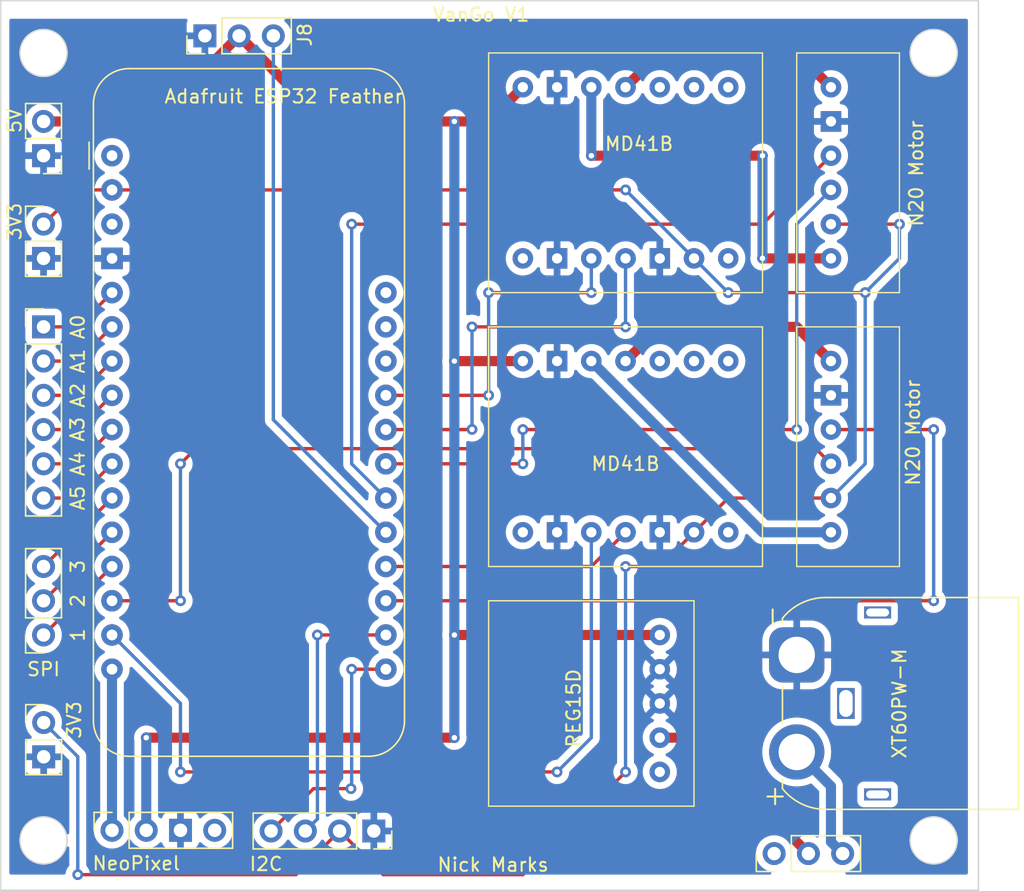
<source format=kicad_pcb>
(kicad_pcb (version 20221018) (generator pcbnew)
  (layers (0 "F.Cu" signal) (31 "B.Cu" signal) (34 "B.Paste" user) (35 "F.Paste" user) (36 "B.SilkS" user "B.Silkscreen") (37 "F.SilkS" user "F.Silkscreen") (38 "B.Mask" user) (39 "F.Mask" user) (44 "Edge.Cuts" user))
  (net 0 "")
  (net 2 "+3V3")
  (net 4 "GND")
  (net 5 "/A0")
  (net 6 "/A1")
  (net 7 "/A2")
  (net 8 "/A3")
  (net 9 "/A4")
  (net 10 "/A5")
  (net 11 "/SCK")
  (net 12 "/MOSI")
  (net 13 "/MISO")
  (net 14 "/IO16")
  (net 15 "/IO17")
  (net 16 "Net-(A1-IO21)")
  (net 17 "/SDA")
  (net 18 "/SCL")
  (net 19 "/IO14")
  (net 20 "/IO32")
  (net 21 "/A8")
  (net 22 "/IO33")
  (net 23 "/IO27")
  (net 24 "/IO12")
  (net 25 "/IO13")
  (net 29 "+5V")
  (net 33 "Net-(U1-OUT1)")
  (net 34 "Net-(U1-OUT2)")
  (net 39 "Net-(SW1-B)")
  (net 42 "Net-(U3-OUT1)")
  (net 43 "Net-(U3-OUT2)")
  (net 47 "Net-(J1-+)")
  (footprint "vango_fplib:REG15D" (layer "F.Cu") (at 88.9 104.14 90)
    (fp_text reference "U2" hide)
    (fp_text value "REG15D" (at -0.350809 -8.935535 90 unlocked) (layer "F.SilkS"))
    (fp_line (start -7.62 -15.24) (end -7.62 0) (stroke (width 0.1)) (layer "F.SilkS"))
    (fp_line (start -7.62 0) (end 7.62 0) (stroke (width 0.1)) (layer "F.SilkS"))
    (fp_line (start 7.62 -15.24) (end -7.62 -15.24) (stroke (width 0.1)) (layer "F.SilkS"))
    (fp_line (start 7.62 0) (end 7.62 -15.24) (stroke (width 0.1)) (layer "F.SilkS"))
    (pad "1" thru_hole circle (at -5.08 -2.54 90) (size 1.524 1.524) (drill 0.762) (layers "*.Cu" "*.Mask"))
    (pad "2" thru_hole circle (at -2.54 -2.54 90) (size 1.524 1.524) (drill 0.762) (layers "*.Cu" "*.Mask") (net 39 "Net-(SW1-B)"))
    (pad "3" thru_hole circle (at 0 -2.54 90) (size 1.524 1.524) (drill 0.762) (layers "*.Cu" "*.Mask") (net 4 "GND"))
    (pad "4" thru_hole circle (at 2.54 -2.54 90) (size 1.524 1.524) (drill 0.762) (layers "*.Cu" "*.Mask") (net 4 "GND"))
    (pad "5" thru_hole circle (at 5.08 -2.54 90) (size 1.524 1.524) (drill 0.762) (layers "*.Cu" "*.Mask") (net 29 "+5V"))
  )
  (footprint "vango_fplib:MD41B" (layer "F.Cu") (at 83.82 71.12 90)
    (fp_text reference "U3" hide)
    (fp_text value "MD41B" (at 8.498988 1.000226 unlocked) (layer "F.SilkS"))
    (fp_line (start -2.54 -10.16) (end 15.24 -10.16) (stroke (width 0.1)) (layer "F.SilkS"))
    (fp_line (start -2.54 10.16) (end -2.54 -10.16) (stroke (width 0.1)) (layer "F.SilkS"))
    (fp_line (start 15.24 -10.16) (end 15.24 10.16) (stroke (width 0.1)) (layer "F.SilkS"))
    (fp_line (start 15.24 10.16) (end -2.54 10.16) (stroke (width 0.1)) (layer "F.SilkS"))
    (pad "1" thru_hole circle (at 0 -7.62 90) (size 1.524 1.524) (drill 0.762) (layers "*.Cu" "*.Mask"))
    (pad "2" thru_hole rect (at 0 -5.08 90) (size 1.524 1.524) (drill 0.762) (layers "*.Cu" "*.Mask") (net 4 "GND"))
    (pad "3" thru_hole circle (at 0 -2.54 90) (size 1.524 1.524) (drill 0.762) (layers "*.Cu" "*.Mask") (net 25 "/IO13"))
    (pad "4" thru_hole circle (at 0 0 90) (size 1.524 1.524) (drill 0.762) (layers "*.Cu" "*.Mask") (net 24 "/IO12"))
    (pad "5" thru_hole rect (at 0 2.54 90) (size 1.524 1.524) (drill 0.762) (layers "*.Cu" "*.Mask") (net 4 "GND"))
    (pad "6" thru_hole circle (at 0 5.08 90) (size 1.524 1.524) (drill 0.762) (layers "*.Cu" "*.Mask") (net 2 "+3V3"))
    (pad "7" thru_hole circle (at 0 7.62 90) (size 1.524 1.524) (drill 0.762) (layers "*.Cu" "*.Mask"))
    (pad "8" thru_hole circle (at 12.7 -7.62 90) (size 1.524 1.524) (drill 0.762) (layers "*.Cu" "*.Mask") (net 29 "+5V"))
    (pad "9" thru_hole rect (at 12.7 -5.08 90) (size 1.524 1.524) (drill 0.762) (layers "*.Cu" "*.Mask") (net 4 "GND"))
    (pad "10" thru_hole circle (at 12.7 -2.54 90) (size 1.524 1.524) (drill 0.762) (layers "*.Cu" "*.Mask") (net 42 "Net-(U3-OUT1)"))
    (pad "11" thru_hole circle (at 12.7 0 90) (size 1.524 1.524) (drill 0.762) (layers "*.Cu" "*.Mask") (net 43 "Net-(U3-OUT2)"))
    (pad "12" thru_hole circle (at 12.7 2.54 90) (size 1.524 1.524) (drill 0.762) (layers "*.Cu" "*.Mask"))
    (pad "13" thru_hole circle (at 12.7 5.08 90) (size 1.524 1.524) (drill 0.762) (layers "*.Cu" "*.Mask"))
    (pad "14" thru_hole circle (at 12.7 7.62 90) (size 1.524 1.524) (drill 0.762) (layers "*.Cu" "*.Mask"))
  )
  (footprint "vango_fplib:N20_motor" (layer "F.Cu") (at 99.06 63.5)
    (fp_text reference "U5" hide)
    (fp_text value "N20 Motor" (at 6.325949 1.320008 90 unlocked) (layer "F.SilkS"))
    (fp_line (start -2.54 -7.62) (end 5.08 -7.62) (stroke (width 0.1)) (layer "F.SilkS"))
    (fp_line (start -2.54 10.16) (end -2.54 -7.62) (stroke (width 0.1)) (layer "F.SilkS"))
    (fp_line (start 5.08 -7.62) (end 5.08 10.16) (stroke (width 0.1)) (layer "F.SilkS"))
    (fp_line (start 5.08 10.16) (end -2.54 10.16) (stroke (width 0.1)) (layer "F.SilkS"))
    (pad "1" thru_hole circle (at 0 -5.08) (size 1.524 1.524) (drill 0.762) (layers "*.Cu" "*.Mask") (net 43 "Net-(U3-OUT2)"))
    (pad "2" thru_hole rect (at 0 -2.54) (size 1.524 1.524) (drill 0.762) (layers "*.Cu" "*.Mask") (net 4 "GND"))
    (pad "3" thru_hole circle (at 0 0) (size 1.524 1.524) (drill 0.762) (layers "*.Cu" "*.Mask") (net 22 "/IO33"))
    (pad "4" thru_hole circle (at 0 2.54) (size 1.524 1.524) (drill 0.762) (layers "*.Cu" "*.Mask") (net 23 "/IO27"))
    (pad "5" thru_hole circle (at 0 5.08) (size 1.524 1.524) (drill 0.762) (layers "*.Cu" "*.Mask") (net 2 "+3V3"))
    (pad "6" thru_hole circle (at 0 7.62) (size 1.524 1.524) (drill 0.762) (layers "*.Cu" "*.Mask") (net 42 "Net-(U3-OUT1)"))
  )
  (footprint "vango_fplib:N20_motor" (layer "F.Cu") (at 99.06 83.82)
    (fp_text reference "U4" hide)
    (fp_text value "N20 Motor" (at 6.087482 0.226007 90 unlocked) (layer "F.SilkS"))
    (fp_line (start -2.54 -7.62) (end 5.08 -7.62) (stroke (width 0.1)) (layer "F.SilkS"))
    (fp_line (start -2.54 10.16) (end -2.54 -7.62) (stroke (width 0.1)) (layer "F.SilkS"))
    (fp_line (start 5.08 -7.62) (end 5.08 10.16) (stroke (width 0.1)) (layer "F.SilkS"))
    (fp_line (start 5.08 10.16) (end -2.54 10.16) (stroke (width 0.1)) (layer "F.SilkS"))
    (pad "1" thru_hole circle (at 0 -5.08) (size 1.524 1.524) (drill 0.762) (layers "*.Cu" "*.Mask") (net 34 "Net-(U1-OUT2)"))
    (pad "2" thru_hole rect (at 0 -2.54) (size 1.524 1.524) (drill 0.762) (layers "*.Cu" "*.Mask") (net 4 "GND"))
    (pad "3" thru_hole circle (at 0 0) (size 1.524 1.524) (drill 0.762) (layers "*.Cu" "*.Mask") (net 19 "/IO14"))
    (pad "4" thru_hole circle (at 0 2.54) (size 1.524 1.524) (drill 0.762) (layers "*.Cu" "*.Mask") (net 14 "/IO16"))
    (pad "5" thru_hole circle (at 0 5.08) (size 1.524 1.524) (drill 0.762) (layers "*.Cu" "*.Mask") (net 2 "+3V3"))
    (pad "6" thru_hole circle (at 0 7.62) (size 1.524 1.524) (drill 0.762) (layers "*.Cu" "*.Mask") (net 33 "Net-(U1-OUT1)"))
  )
  (footprint "Connector_PinSocket_2.54mm:PinSocket_1x03_P2.54mm_Vertical" (layer "F.Cu") (at 40.64 99.06 180)
    (fp_text reference "J5" hide)
    (fp_text value "SPI" (at 0 -2.54) (layer "F.SilkS"))
    (fp_line (start -1.33 1.27) (end -1.33 6.41) (stroke (width 0.12)) (layer "F.SilkS"))
    (fp_line (start -1.33 1.27) (end 1.33 1.27) (stroke (width 0.12)) (layer "F.SilkS"))
    (fp_line (start -1.33 6.41) (end 1.33 6.41) (stroke (width 0.12)) (layer "F.SilkS"))
    (fp_line (start 0 -1.33) (end 1.33 -1.33) (stroke (width 0.12)) (layer "F.SilkS"))
    (fp_line (start 1.33 -1.33) (end 1.33 0) (stroke (width 0.12)) (layer "F.SilkS"))
    (fp_line (start 1.33 1.27) (end 1.33 6.41) (stroke (width 0.12)) (layer "F.SilkS"))
    (pad "1" thru_hole circle (at 0 0 180) (size 1.7 1.7) (drill 1) (layers "*.Cu" "*.Mask") (net 13 "/MISO"))
    (pad "2" thru_hole oval (at 0 2.54 180) (size 1.7 1.7) (drill 1) (layers "*.Cu" "*.Mask") (net 12 "/MOSI"))
    (pad "3" thru_hole oval (at 0 5.08 180) (size 1.7 1.7) (drill 1) (layers "*.Cu" "*.Mask") (net 11 "/SCK"))
  )
  (footprint "vango_fplib:MD41B" (layer "F.Cu") (at 83.82 91.44 90)
    (fp_text reference "U1" hide)
    (fp_text value "MD41B" (at 5.08 0 unlocked) (layer "F.SilkS"))
    (fp_line (start -2.54 -10.16) (end 15.24 -10.16) (stroke (width 0.1)) (layer "F.SilkS"))
    (fp_line (start -2.54 10.16) (end -2.54 -10.16) (stroke (width 0.1)) (layer "F.SilkS"))
    (fp_line (start 15.24 -10.16) (end 15.24 10.16) (stroke (width 0.1)) (layer "F.SilkS"))
    (fp_line (start 15.24 10.16) (end -2.54 10.16) (stroke (width 0.1)) (layer "F.SilkS"))
    (pad "1" thru_hole circle (at 0 -7.62 90) (size 1.524 1.524) (drill 0.762) (layers "*.Cu" "*.Mask"))
    (pad "2" thru_hole rect (at 0 -5.08 90) (size 1.524 1.524) (drill 0.762) (layers "*.Cu" "*.Mask") (net 4 "GND"))
    (pad "3" thru_hole circle (at 0 -2.54 90) (size 1.524 1.524) (drill 0.762) (layers "*.Cu" "*.Mask") (net 15 "/IO17"))
    (pad "4" thru_hole circle (at 0 0 90) (size 1.524 1.524) (drill 0.762) (layers "*.Cu" "*.Mask") (net 20 "/IO32"))
    (pad "5" thru_hole rect (at 0 2.54 90) (size 1.524 1.524) (drill 0.762) (layers "*.Cu" "*.Mask") (net 4 "GND"))
    (pad "6" thru_hole circle (at 0 5.08 90) (size 1.524 1.524) (drill 0.762) (layers "*.Cu" "*.Mask") (net 2 "+3V3"))
    (pad "7" thru_hole circle (at 0 7.62 90) (size 1.524 1.524) (drill 0.762) (layers "*.Cu" "*.Mask"))
    (pad "8" thru_hole circle (at 12.7 -7.62 90) (size 1.524 1.524) (drill 0.762) (layers "*.Cu" "*.Mask") (net 29 "+5V"))
    (pad "9" thru_hole rect (at 12.7 -5.08 90) (size 1.524 1.524) (drill 0.762) (layers "*.Cu" "*.Mask") (net 4 "GND"))
    (pad "10" thru_hole circle (at 12.7 -2.54 90) (size 1.524 1.524) (drill 0.762) (layers "*.Cu" "*.Mask") (net 33 "Net-(U1-OUT1)"))
    (pad "11" thru_hole circle (at 12.7 0 90) (size 1.524 1.524) (drill 0.762) (layers "*.Cu" "*.Mask") (net 34 "Net-(U1-OUT2)"))
    (pad "12" thru_hole circle (at 12.7 2.54 90) (size 1.524 1.524) (drill 0.762) (layers "*.Cu" "*.Mask"))
    (pad "13" thru_hole circle (at 12.7 5.08 90) (size 1.524 1.524) (drill 0.762) (layers "*.Cu" "*.Mask"))
    (pad "14" thru_hole circle (at 12.7 7.62 90) (size 1.524 1.524) (drill 0.762) (layers "*.Cu" "*.Mask"))
  )
  (footprint "Module:Adafruit_Feather" (layer "F.Cu") (at 45.72 63.5)
    (fp_text reference "A1" hide)
    (fp_text value "Adafruit_Feather_HUZZAH32_ESP32" hide)
    (fp_line (start -1.7 1) (end -1.7 -1) (stroke (width 0.12)) (layer "F.SilkS"))
    (fp_line (start -1.38 -3.81) (end -1.38 41.91) (stroke (width 0.12)) (layer "F.SilkS"))
    (fp_line (start 19.05 -6.46) (end 1.27 -6.46) (stroke (width 0.12)) (layer "F.SilkS"))
    (fp_line (start 19.05 44.56) (end 1.27 44.56) (stroke (width 0.12)) (layer "F.SilkS"))
    (fp_line (start 21.7 -3.81) (end 21.7 41.91) (stroke (width 0.12)) (layer "F.SilkS"))
    (fp_arc (start -1.38 -3.81) (mid -0.603833 -5.683833) (end 1.27 -6.46) (stroke (width 0.12)) (layer "F.SilkS"))
    (fp_arc (start 1.27 44.56) (mid -0.603833 43.783833) (end -1.38 41.91) (stroke (width 0.12)) (layer "F.SilkS"))
    (fp_arc (start 19.05 -6.46) (mid 20.923833 -5.683833) (end 21.7 -3.81) (stroke (width 0.12)) (layer "F.SilkS"))
    (fp_arc (start 21.7 41.91) (mid 20.923833 43.783833) (end 19.05 44.56) (stroke (width 0.12)) (layer "F.SilkS"))
    (pad "1" thru_hole circle (at 0 0 180) (size 1.6 1.6) (drill 0.8) (layers "*.Cu" "*.Mask"))
    (pad "2" thru_hole circle (at 0 2.54 180) (size 1.6 1.6) (drill 0.8) (layers "*.Cu" "*.Mask") (net 2 "+3V3"))
    (pad "3" thru_hole circle (at 0 5.08 180) (size 1.6 1.6) (drill 0.8) (layers "*.Cu" "*.Mask"))
    (pad "4" thru_hole rect (at 0 7.62 180) (size 1.6 1.6) (drill 0.8) (layers "*.Cu" "*.Mask") (net 4 "GND"))
    (pad "5" thru_hole circle (at 0 10.16 180) (size 1.6 1.6) (drill 0.8) (layers "*.Cu" "*.Mask") (net 5 "/A0"))
    (pad "6" thru_hole circle (at 0 12.7 180) (size 1.6 1.6) (drill 0.8) (layers "*.Cu" "*.Mask") (net 6 "/A1"))
    (pad "7" thru_hole circle (at 0 15.24 180) (size 1.6 1.6) (drill 0.8) (layers "*.Cu" "*.Mask") (net 7 "/A2"))
    (pad "8" thru_hole circle (at 0 17.78 180) (size 1.6 1.6) (drill 0.8) (layers "*.Cu" "*.Mask") (net 8 "/A3"))
    (pad "9" thru_hole circle (at 0 20.32 180) (size 1.6 1.6) (drill 0.8) (layers "*.Cu" "*.Mask") (net 9 "/A4"))
    (pad "10" thru_hole circle (at 0 22.86 180) (size 1.6 1.6) (drill 0.8) (layers "*.Cu" "*.Mask") (net 10 "/A5"))
    (pad "11" thru_hole circle (at 0 25.4 180) (size 1.6 1.6) (drill 0.8) (layers "*.Cu" "*.Mask") (net 11 "/SCK"))
    (pad "12" thru_hole circle (at 0 27.94 180) (size 1.6 1.6) (drill 0.8) (layers "*.Cu" "*.Mask") (net 12 "/MOSI"))
    (pad "13" thru_hole circle (at 0 30.48 180) (size 1.6 1.6) (drill 0.8) (layers "*.Cu" "*.Mask") (net 13 "/MISO"))
    (pad "14" thru_hole circle (at 0 33.02 180) (size 1.6 1.6) (drill 0.8) (layers "*.Cu" "*.Mask") (net 14 "/IO16"))
    (pad "15" thru_hole circle (at 0 35.56 180) (size 1.6 1.6) (drill 0.8) (layers "*.Cu" "*.Mask") (net 15 "/IO17"))
    (pad "16" thru_hole circle (at 0 38.1 180) (size 1.6 1.6) (drill 0.8) (layers "*.Cu" "*.Mask") (net 16 "Net-(A1-IO21)"))
    (pad "17" thru_hole circle (at 20.32 38.1 180) (size 1.6 1.6) (drill 0.8) (layers "*.Cu" "*.Mask") (net 17 "/SDA"))
    (pad "18" thru_hole circle (at 20.32 35.56 180) (size 1.6 1.6) (drill 0.8) (layers "*.Cu" "*.Mask") (net 18 "/SCL"))
    (pad "19" thru_hole circle (at 20.32 33.02 180) (size 1.6 1.6) (drill 0.8) (layers "*.Cu" "*.Mask") (net 19 "/IO14"))
    (pad "20" thru_hole circle (at 20.32 30.48 180) (size 1.6 1.6) (drill 0.8) (layers "*.Cu" "*.Mask") (net 20 "/IO32"))
    (pad "21" thru_hole circle (at 20.32 27.94 180) (size 1.6 1.6) (drill 0.8) (layers "*.Cu" "*.Mask") (net 21 "/A8"))
    (pad "22" thru_hole circle (at 20.32 25.4 180) (size 1.6 1.6) (drill 0.8) (layers "*.Cu" "*.Mask") (net 22 "/IO33"))
    (pad "23" thru_hole circle (at 20.32 22.86 180) (size 1.6 1.6) (drill 0.8) (layers "*.Cu" "*.Mask") (net 23 "/IO27"))
    (pad "24" thru_hole circle (at 20.32 20.32 180) (size 1.6 1.6) (drill 0.8) (layers "*.Cu" "*.Mask") (net 24 "/IO12"))
    (pad "25" thru_hole circle (at 20.32 17.78 180) (size 1.6 1.6) (drill 0.8) (layers "*.Cu" "*.Mask") (net 25 "/IO13"))
    (pad "26" thru_hole circle (at 20.32 15.24 180) (size 1.6 1.6) (drill 0.8) (layers "*.Cu" "*.Mask"))
    (pad "27" thru_hole circle (at 20.32 12.7 180) (size 1.6 1.6) (drill 0.8) (layers "*.Cu" "*.Mask"))
    (pad "28" thru_hole circle (at 20.32 10.16 180) (size 1.6 1.6) (drill 0.8) (layers "*.Cu" "*.Mask"))
  )
  (footprint "Connector_AMASS:AMASS_XT60IPW-M_1x03_P7.20mm_Horizontal" (layer "F.Cu") (at 96.52 100.54 -90)
    (fp_text reference "J1" hide)
    (fp_text value "XT60PW-M" (at 3.6 -7.62 90) (layer "F.SilkS"))
    (fp_text user "+" (at 10.504626 1.716963 90) (layer "F.SilkS") (effects (font (size 1.5 1.5))))
    (fp_text user "-" (at -2.8 1.9 90) (layer "F.SilkS") (effects (font (size 1.5 1.5))))
    (fp_line (start -4.26 -16.46) (end -4.26 -2.15) (stroke (width 0.12)) (layer "F.SilkS"))
    (fp_line (start -4.26 -16.46) (end 11.46 -16.46) (stroke (width 0.12)) (layer "F.SilkS"))
    (fp_line (start -2.71 1.06) (end -2.31 1.06) (stroke (width 0.12)) (layer "F.SilkS"))
    (fp_line (start 2.31 1.06) (end 5.1 1.06) (stroke (width 0.12)) (layer "F.SilkS"))
    (fp_line (start 9.25 1.06) (end 9.92 1.06) (stroke (width 0.12)) (layer "F.SilkS"))
    (fp_line (start 11.46 -16.46) (end 11.46 -2.15) (stroke (width 0.12)) (layer "F.SilkS"))
    (fp_arc (start -2.718715 1.058395) (mid -3.854694 -0.370298) (end -4.26 -2.15) (stroke (width 0.12)) (layer "F.SilkS"))
    (fp_arc (start 11.46 -2.15) (mid 11.05498 -0.370894) (end 9.919747 1.057569) (stroke (width 0.12)) (layer "F.SilkS"))
    (pad "" thru_hole rect (at -3.15 -6 270) (size 0.9 2) (drill oval 0.6 1.7) (layers "*.Cu" "*.Mask"))
    (pad "" thru_hole rect (at 10.35 -6 270) (size 0.9 2) (drill oval 0.6 1.7) (layers "*.Cu" "*.Mask"))
    (pad "1" thru_hole roundrect (at 0 0 270) (size 4.1 4.1) (drill 2.7) (layers "*.Cu" "*.Mask") (net 4 "GND"))
    (pad "2" thru_hole circle (at 7.2 0 270) (size 4.1 4.1) (drill 2.7) (layers "*.Cu" "*.Mask") (net 47 "Net-(J1-+)"))
    (pad "3" thru_hole rect (at 3.6 -3.65 270) (size 2.3 1.3) (drill oval 2 1) (layers "*.Cu" "*.Mask"))
  )
  (footprint "Connector_PinSocket_2.54mm:PinSocket_1x04_P2.54mm_Vertical" (layer "F.Cu") (at 45.72 113.550613 90)
    (fp_text reference "J2" hide)
    (fp_text value "NeoPixel" (at -2.457802 1.798458 180) (layer "F.SilkS"))
    (fp_line (start -1.33 1.27) (end -1.33 8.95) (stroke (width 0.12)) (layer "F.SilkS"))
    (fp_line (start -1.33 1.27) (end 1.33 1.27) (stroke (width 0.12)) (layer "F.SilkS"))
    (fp_line (start -1.33 8.95) (end 1.33 8.95) (stroke (width 0.12)) (layer "F.SilkS"))
    (fp_line (start 0 -1.33) (end 1.33 -1.33) (stroke (width 0.12)) (layer "F.SilkS"))
    (fp_line (start 1.33 -1.33) (end 1.33 0) (stroke (width 0.12)) (layer "F.SilkS"))
    (fp_line (start 1.33 1.27) (end 1.33 8.95) (stroke (width 0.12)) (layer "F.SilkS"))
    (pad "1" thru_hole circle (at 0 0 90) (size 1.7 1.7) (drill 1) (layers "*.Cu" "*.Mask") (net 16 "Net-(A1-IO21)"))
    (pad "2" thru_hole oval (at 0 2.54 90) (size 1.7 1.7) (drill 1) (layers "*.Cu" "*.Mask") (net 29 "+5V"))
    (pad "3" thru_hole rect (at 0 5.08 90) (size 1.7 1.7) (drill 1) (layers "*.Cu" "*.Mask") (net 4 "GND"))
    (pad "4" thru_hole oval (at 0 7.62 90) (size 1.7 1.7) (drill 1) (layers "*.Cu" "*.Mask"))
  )
  (footprint "Connector_PinHeader_2.54mm:PinHeader_1x02_P2.54mm_Vertical" (layer "F.Cu") (at 40.650001 105.557669)
    (fp_text reference "3V3" (at 2.263683 -0.190225 90) (layer "F.SilkS"))
    (fp_text value "Conn_01x02" hide)
    (fp_line (start -1.33 -1.33) (end 0 -1.33) (stroke (width 0.12)) (layer "F.SilkS"))
    (fp_line (start -1.33 0) (end -1.33 -1.33) (stroke (width 0.12)) (layer "F.SilkS"))
    (fp_line (start -1.33 1.27) (end -1.33 3.87) (stroke (width 0.12)) (layer "F.SilkS"))
    (fp_line (start -1.33 1.27) (end 1.33 1.27) (stroke (width 0.12)) (layer "F.SilkS"))
    (fp_line (start -1.33 3.87) (end 1.33 3.87) (stroke (width 0.12)) (layer "F.SilkS"))
    (fp_line (start 1.33 1.27) (end 1.33 3.87) (stroke (width 0.12)) (layer "F.SilkS"))
    (pad "1" thru_hole circle (at 0 0) (size 1.7 1.7) (drill 1) (layers "*.Cu" "*.Mask") (net 2 "+3V3"))
    (pad "2" thru_hole rect (at 0 2.54) (size 1.7 1.7) (drill 1) (layers "*.Cu" "*.Mask") (net 4 "GND"))
  )
  (footprint "Connector_PinSocket_2.54mm:PinSocket_1x04_P2.54mm_Vertical" (layer "F.Cu") (at 65.142934 113.602966 -90)
    (fp_text reference "J3" hide)
    (fp_text value "I2C" (at 2.44915 7.993301 -180) (layer "F.SilkS"))
    (fp_line (start -1.33 1.27) (end -1.33 8.95) (stroke (width 0.12)) (layer "F.SilkS"))
    (fp_line (start -1.33 1.27) (end 1.33 1.27) (stroke (width 0.12)) (layer "F.SilkS"))
    (fp_line (start -1.33 8.95) (end 1.33 8.95) (stroke (width 0.12)) (layer "F.SilkS"))
    (fp_line (start 0 -1.33) (end 1.33 -1.33) (stroke (width 0.12)) (layer "F.SilkS"))
    (fp_line (start 1.33 -1.33) (end 1.33 0) (stroke (width 0.12)) (layer "F.SilkS"))
    (fp_line (start 1.33 1.27) (end 1.33 8.95) (stroke (width 0.12)) (layer "F.SilkS"))
    (pad "1" thru_hole rect (at 0 0 270) (size 1.7 1.7) (drill 1) (layers "*.Cu" "*.Mask") (net 4 "GND"))
    (pad "2" thru_hole oval (at 0 2.54 270) (size 1.7 1.7) (drill 1) (layers "*.Cu" "*.Mask") (net 2 "+3V3"))
    (pad "3" thru_hole oval (at 0 5.08 270) (size 1.7 1.7) (drill 1) (layers "*.Cu" "*.Mask") (net 18 "/SCL"))
    (pad "4" thru_hole oval (at 0 7.62 270) (size 1.7 1.7) (drill 1) (layers "*.Cu" "*.Mask") (net 17 "/SDA"))
  )
  (footprint "Connector_PinHeader_2.54mm:PinHeader_1x03_P2.54mm_Vertical" (layer "F.Cu") (at 94.845827 115.277438 90)
    (fp_text reference "SW1" hide)
    (fp_text value "SW_SPDT" hide)
    (fp_line (start -1.33 -1.33) (end 0 -1.33) (stroke (width 0.12)) (layer "F.SilkS"))
    (fp_line (start -1.33 0) (end -1.33 -1.33) (stroke (width 0.12)) (layer "F.SilkS"))
    (fp_line (start -1.33 1.27) (end -1.33 6.41) (stroke (width 0.12)) (layer "F.SilkS"))
    (fp_line (start -1.33 1.27) (end 1.33 1.27) (stroke (width 0.12)) (layer "F.SilkS"))
    (fp_line (start -1.33 6.41) (end 1.33 6.41) (stroke (width 0.12)) (layer "F.SilkS"))
    (fp_line (start 1.33 1.27) (end 1.33 6.41) (stroke (width 0.12)) (layer "F.SilkS"))
    (pad "1" thru_hole circle (at 0 0 90) (size 1.7 1.7) (drill 1) (layers "*.Cu" "*.Mask"))
    (pad "2" thru_hole oval (at 0 2.54 90) (size 1.7 1.7) (drill 1) (layers "*.Cu" "*.Mask") (net 39 "Net-(SW1-B)"))
    (pad "3" thru_hole oval (at 0 5.08 90) (size 1.7 1.7) (drill 1) (layers "*.Cu" "*.Mask") (net 47 "Net-(J1-+)"))
  )
  (footprint "Connector_PinHeader_2.54mm:PinHeader_1x02_P2.54mm_Vertical" (layer "F.Cu") (at 40.64 68.58)
    (fp_text reference "J6" hide)
    (fp_text value "Conn_01x02" hide)
    (fp_line (start -1.33 -1.33) (end 0 -1.33) (stroke (width 0.12)) (layer "F.SilkS"))
    (fp_line (start -1.33 0) (end -1.33 -1.33) (stroke (width 0.12)) (layer "F.SilkS"))
    (fp_line (start -1.33 1.27) (end -1.33 3.87) (stroke (width 0.12)) (layer "F.SilkS"))
    (fp_line (start -1.33 1.27) (end 1.33 1.27) (stroke (width 0.12)) (layer "F.SilkS"))
    (fp_line (start -1.33 3.87) (end 1.33 3.87) (stroke (width 0.12)) (layer "F.SilkS"))
    (fp_line (start 1.33 1.27) (end 1.33 3.87) (stroke (width 0.12)) (layer "F.SilkS"))
    (pad "1" thru_hole circle (at 0 0) (size 1.7 1.7) (drill 1) (layers "*.Cu" "*.Mask") (net 2 "+3V3"))
    (pad "2" thru_hole rect (at 0 2.54) (size 1.7 1.7) (drill 1) (layers "*.Cu" "*.Mask") (net 4 "GND"))
  )
  (footprint "Connector_PinHeader_2.54mm:PinHeader_1x06_P2.54mm_Vertical" (layer "F.Cu") (at 40.64 76.2)
    (fp_text reference "J4" hide)
    (fp_text value "Conn_01x06" hide)
    (fp_line (start -1.33 -1.33) (end 0 -1.33) (stroke (width 0.12)) (layer "F.SilkS"))
    (fp_line (start -1.33 0) (end -1.33 -1.33) (stroke (width 0.12)) (layer "F.SilkS"))
    (fp_line (start -1.33 1.27) (end -1.33 14.03) (stroke (width 0.12)) (layer "F.SilkS"))
    (fp_line (start -1.33 1.27) (end 1.33 1.27) (stroke (width 0.12)) (layer "F.SilkS"))
    (fp_line (start -1.33 14.03) (end 1.33 14.03) (stroke (width 0.12)) (layer "F.SilkS"))
    (fp_line (start 1.33 1.27) (end 1.33 14.03) (stroke (width 0.12)) (layer "F.SilkS"))
    (pad "1" thru_hole rect (at 0 0) (size 1.7 1.7) (drill 1) (layers "*.Cu" "*.Mask") (net 5 "/A0"))
    (pad "2" thru_hole oval (at 0 2.54) (size 1.7 1.7) (drill 1) (layers "*.Cu" "*.Mask") (net 6 "/A1"))
    (pad "3" thru_hole oval (at 0 5.08) (size 1.7 1.7) (drill 1) (layers "*.Cu" "*.Mask") (net 7 "/A2"))
    (pad "4" thru_hole oval (at 0 7.62) (size 1.7 1.7) (drill 1) (layers "*.Cu" "*.Mask") (net 8 "/A3"))
    (pad "5" thru_hole oval (at 0 10.16) (size 1.7 1.7) (drill 1) (layers "*.Cu" "*.Mask") (net 9 "/A4"))
    (pad "6" thru_hole oval (at 0 12.7) (size 1.7 1.7) (drill 1) (layers "*.Cu" "*.Mask") (net 10 "/A5"))
  )
  (footprint "Connector_PinHeader_2.54mm:PinHeader_1x02_P2.54mm_Vertical" (layer "F.Cu") (at 40.64 63.5 180)
    (fp_text reference "J7" hide)
    (fp_text value "Conn_01x02" hide)
    (fp_line (start -1.33 -1.33) (end 0 -1.33) (stroke (width 0.12)) (layer "F.SilkS"))
    (fp_line (start -1.33 0) (end -1.33 -1.33) (stroke (width 0.12)) (layer "F.SilkS"))
    (fp_line (start -1.33 1.27) (end -1.33 3.87) (stroke (width 0.12)) (layer "F.SilkS"))
    (fp_line (start -1.33 1.27) (end 1.33 1.27) (stroke (width 0.12)) (layer "F.SilkS"))
    (fp_line (start -1.33 3.87) (end 1.33 3.87) (stroke (width 0.12)) (layer "F.SilkS"))
    (fp_line (start 1.33 1.27) (end 1.33 3.87) (stroke (width 0.12)) (layer "F.SilkS"))
    (pad "1" thru_hole rect (at 0 0 180) (size 1.7 1.7) (drill 1) (layers "*.Cu" "*.Mask") (net 4 "GND"))
    (pad "2" thru_hole oval (at 0 2.54 180) (size 1.7 1.7) (drill 1) (layers "*.Cu" "*.Mask") (net 29 "+5V"))
  )
  (footprint "Connector_PinHeader_2.54mm:PinHeader_1x03_P2.54mm_Vertical" (layer "F.Cu") (at 52.609498 54.608195 90)
    (fp_text reference "J8" (at 0.077974 7.412227 90) (layer "F.SilkS"))
    (fp_text value "SG90_Servo" hide)
    (fp_line (start -1.33 -1.33) (end 0 -1.33) (stroke (width 0.12)) (layer "F.SilkS"))
    (fp_line (start -1.33 0) (end -1.33 -1.33) (stroke (width 0.12)) (layer "F.SilkS"))
    (fp_line (start -1.33 1.27) (end -1.33 6.41) (stroke (width 0.12)) (layer "F.SilkS"))
    (fp_line (start -1.33 1.27) (end 1.33 1.27) (stroke (width 0.12)) (layer "F.SilkS"))
    (fp_line (start -1.33 6.41) (end 1.33 6.41) (stroke (width 0.12)) (layer "F.SilkS"))
    (fp_line (start 1.33 1.27) (end 1.33 6.41) (stroke (width 0.12)) (layer "F.SilkS"))
    (pad "1" thru_hole rect (at 0 0 90) (size 1.7 1.7) (drill 1) (layers "*.Cu" "*.Mask") (net 4 "GND"))
    (pad "2" thru_hole oval (at 0 2.54 90) (size 1.7 1.7) (drill 1) (layers "*.Cu" "*.Mask") (net 29 "+5V"))
    (pad "3" thru_hole oval (at 0 5.08 90) (size 1.7 1.7) (drill 1) (layers "*.Cu" "*.Mask") (net 21 "/A8"))
  )
  (gr_circle (center 40.64 55.88) (end 42.39 55.88) (stroke (width 0.1)) (fill none) (layer "Edge.Cuts"))
  (gr_circle (center 40.64 114.3) (end 42.39 114.3) (stroke (width 0.1)) (fill none) (layer "Edge.Cuts"))
  (gr_rect (start 37.46 52) (end 110 118) (stroke (width 0.1)) (fill none) (layer "Edge.Cuts"))
  (gr_circle (center 106.68 55.88) (end 108.43 55.88) (stroke (width 0.1)) (fill none) (layer "Edge.Cuts"))
  (gr_circle (center 106.68 114.3) (end 108.43 114.3) (stroke (width 0.1)) (fill none) (layer "Edge.Cuts"))
  (gr_text "A3" (at 43.158368 83.801668 90) (layer "F.SilkS") (effects (font (size 1 1))))
  (gr_text "A0" (at 43.18 76.2 90) (layer "F.SilkS") (effects (font (size 1 1))))
  (gr_text "1" (at 43.18 99.06 90) (layer "F.SilkS") (effects (font (size 1 1))))
  (gr_text "3V3" (at 38.490737 68.384426 90) (layer "F.SilkS") (effects (font (size 1 1))))
  (gr_text "5V" (at 38.490737 60.908731 90) (layer "F.SilkS") (effects (font (size 1 1))))
  (gr_text "VanGo V1\n" (at 69.432588 53.620954) (layer "F.SilkS") (effects (font (size 1 1)) (justify left bottom)))
  (gr_text "2" (at 43.18 96.52 90) (layer "F.SilkS") (effects (font (size 1 1))))
  (gr_text "3" (at 43.18 93.98 90) (layer "F.SilkS") (effects (font (size 1 1))))
  (gr_text "A4" (at 43.18 86.36 90) (layer "F.SilkS") (effects (font (size 1 1))))
  (gr_text "A1" (at 43.18 78.74 90) (layer "F.SilkS") (effects (font (size 1 1))))
  (gr_text "Adafruit ESP32 Feather" (at 49.53 59.69) (layer "F.SilkS") (effects (font (size 1 1)) (justify left bottom)))
  (gr_text "A2" (at 43.18 81.28 90) (layer "F.SilkS") (effects (font (size 1 1))))
  (gr_text "Nick Marks" (at 69.774374 116.690486) (layer "F.SilkS") (effects (font (size 1 1)) (justify left bottom)))
  (gr_text "A5" (at 43.18 88.9 90) (layer "F.SilkS") (effects (font (size 1 1))))
  (segment (start 83.82 109.22) (end 76.2 116.84) (width 0.25) (layer "F.Cu") (net 2))
  (segment (start 86.36 93.98) (end 88.9 91.44) (width 0.25) (layer "F.Cu") (net 2))
  (segment (start 65.839968 116.84) (end 62.602934 113.602966) (width 0.25) (layer "F.Cu") (net 2))
  (segment (start 91.44 73.66) (end 101.6 73.66) (width 0.25) (layer "F.Cu") (net 2))
  (segment (start 104.14 68.58) (end 99.06 68.58) (width 0.25) (layer "F.Cu") (net 2))
  (segment (start 83.82 66.04) (end 45.72 66.04) (width 0.25) (layer "F.Cu") (net 2))
  (segment (start 43.18 116.84) (end 59.3659 116.84) (width 0.25) (layer "F.Cu") (net 2))
  (segment (start 40.64 68.58) (end 43.18 66.04) (width 0.25) (layer "F.Cu") (net 2))
  (segment (start 83.82 93.98) (end 86.36 93.98) (width 0.25) (layer "F.Cu") (net 2))
  (segment (start 99.06 88.9) (end 91.44 88.9) (width 0.25) (layer "F.Cu") (net 2))
  (segment (start 59.3659 116.84) (end 62.602934 113.602966) (width 0.25) (layer "F.Cu") (net 2))
  (segment (start 43.18 66.04) (end 45.72 66.04) (width 0.25) (layer "F.Cu") (net 2))
  (segment (start 91.44 88.9) (end 88.9 91.44) (width 0.25) (layer "F.Cu") (net 2))
  (segment (start 76.2 116.84) (end 65.839968 116.84) (width 0.25) (layer "F.Cu") (net 2))
  (via (at 83.82 93.98) (size 0.8) (drill 0.4) (layers "F.Cu" "B.Cu") (net 2))
  (via (at 101.6 73.66) (size 0.8) (drill 0.4) (layers "F.Cu" "B.Cu") (net 2))
  (via (at 83.82 66.04) (size 0.8) (drill 0.4) (layers "F.Cu" "B.Cu") (net 2))
  (via (at 104.14 68.58) (size 0.8) (drill 0.4) (layers "F.Cu" "B.Cu") (net 2))
  (via (at 83.82 109.22) (size 0.8) (drill 0.4) (layers "F.Cu" "B.Cu") (net 2))
  (via (at 43.18 116.84) (size 0.8) (drill 0.4) (layers "F.Cu" "B.Cu") (net 2))
  (via (at 91.44 73.66) (size 0.8) (drill 0.4) (layers "F.Cu" "B.Cu") (net 2))
  (segment (start 101.6 73.66) (end 101.6 86.36) (width 0.25) (layer "B.Cu") (net 2))
  (segment (start 43.18 108.087668) (end 43.18 116.84) (width 0.25) (layer "B.Cu") (net 2))
  (segment (start 88.9 71.12) (end 91.44 73.66) (width 0.25) (layer "B.Cu") (net 2))
  (segment (start 40.650001 105.557669) (end 43.18 108.087668) (width 0.25) (layer "B.Cu") (net 2))
  (segment (start 83.82 109.22) (end 83.82 93.98) (width 0.25) (layer "B.Cu") (net 2))
  (segment (start 101.6 73.66) (end 104.14 71.12) (width 0.25) (layer "B.Cu") (net 2))
  (segment (start 83.82 66.04) (end 88.9 71.12) (width 0.25) (layer "B.Cu") (net 2))
  (segment (start 101.6 86.36) (end 99.06 88.9) (width 0.25) (layer "B.Cu") (net 2))
  (segment (start 104.14 71.12) (end 104.14 68.58) (width 0.25) (layer "B.Cu") (net 2))
  (segment (start 40.64 76.2) (end 43.18 76.2) (width 0.25) (layer "F.Cu") (net 5))
  (segment (start 43.18 76.2) (end 45.72 73.66) (width 0.25) (layer "F.Cu") (net 5))
  (segment (start 40.64 78.74) (end 43.18 78.74) (width 0.25) (layer "F.Cu") (net 6))
  (segment (start 43.18 78.74) (end 45.72 76.2) (width 0.25) (layer "F.Cu") (net 6))
  (segment (start 40.64 81.28) (end 43.18 81.28) (width 0.25) (layer "F.Cu") (net 7))
  (segment (start 43.18 81.28) (end 45.72 78.74) (width 0.25) (layer "F.Cu") (net 7))
  (segment (start 40.64 83.82) (end 43.18 83.82) (width 0.25) (layer "F.Cu") (net 8))
  (segment (start 43.18 83.82) (end 45.72 81.28) (width 0.25) (layer "F.Cu") (net 8))
  (segment (start 40.64 86.36) (end 43.18 86.36) (width 0.25) (layer "F.Cu") (net 9))
  (segment (start 43.18 86.36) (end 45.72 83.82) (width 0.25) (layer "F.Cu") (net 9))
  (segment (start 40.64 88.9) (end 43.18 88.9) (width 0.25) (layer "F.Cu") (net 10))
  (segment (start 43.18 88.9) (end 45.72 86.36) (width 0.25) (layer "F.Cu") (net 10))
  (segment (start 40.64 93.98) (end 45.72 88.9) (width 0.25) (layer "F.Cu") (net 11))
  (segment (start 40.64 96.52) (end 45.72 91.44) (width 0.25) (layer "F.Cu") (net 12))
  (segment (start 40.64 99.06) (end 45.72 93.98) (width 0.25) (layer "F.Cu") (net 13))
  (segment (start 45.72 96.52) (end 50.8 96.52) (width 0.25) (layer "F.Cu") (net 14))
  (segment (start 50.8 86.36) (end 51.925 85.235) (width 0.25) (layer "F.Cu") (net 14))
  (segment (start 97.935 85.235) (end 99.06 86.36) (width 0.25) (layer "F.Cu") (net 14))
  (segment (start 51.925 85.235) (end 97.935 85.235) (width 0.25) (layer "F.Cu") (net 14))
  (via (at 50.8 96.52) (size 0.8) (drill 0.4) (layers "F.Cu" "B.Cu") (net 14))
  (via (at 50.8 86.36) (size 0.8) (drill 0.4) (layers "F.Cu" "B.Cu") (net 14))
  (segment (start 50.8 96.52) (end 50.8 86.36) (width 0.25) (layer "B.Cu") (net 14))
  (segment (start 78.74 109.22) (end 50.8 109.22) (width 0.25) (layer "F.Cu") (net 15))
  (via (at 50.8 109.22) (size 0.8) (drill 0.4) (layers "F.Cu" "B.Cu") (net 15))
  (via (at 78.74 109.22) (size 0.8) (drill 0.4) (layers "F.Cu" "B.Cu") (net 15))
  (segment (start 81.28 106.68) (end 78.74 109.22) (width 0.25) (layer "B.Cu") (net 15))
  (segment (start 50.8 104.14) (end 45.72 99.06) (width 0.25) (layer "B.Cu") (net 15))
  (segment (start 50.8 109.22) (end 50.8 104.14) (width 0.25) (layer "B.Cu") (net 15))
  (segment (start 81.28 91.44) (end 81.28 106.68) (width 0.25) (layer "B.Cu") (net 15))
  (segment (start 45.72 113.550613) (end 45.72 101.6) (width 0.75) (layer "B.Cu") (net 16))
  (segment (start 46.049818 101.929818) (end 45.72 101.6) (width 0.25) (layer "B.Cu") (net 16))
  (segment (start 63.446101 110.460695) (end 60.665205 110.460695) (width 0.25) (layer "F.Cu") (net 17))
  (segment (start 63.5 101.6) (end 66.04 101.6) (width 0.25) (layer "F.Cu") (net 17))
  (segment (start 60.665205 110.460695) (end 57.522934 113.602966) (width 0.25) (layer "F.Cu") (net 17))
  (via (at 63.5 101.6) (size 0.8) (drill 0.4) (layers "F.Cu" "B.Cu") (net 17))
  (via (at 63.446101 110.460695) (size 0.8) (drill 0.4) (layers "F.Cu" "B.Cu") (net 17))
  (segment (start 63.5 110.406796) (end 63.446101 110.460695) (width 0.25) (layer "B.Cu") (net 17))
  (segment (start 63.5 101.6) (end 63.5 110.406796) (width 0.25) (layer "B.Cu") (net 17))
  (segment (start 60.96 99.06) (end 66.04 99.06) (width 0.25) (layer "F.Cu") (net 18))
  (via (at 60.96 99.06) (size 0.8) (drill 0.4) (layers "F.Cu" "B.Cu") (net 18))
  (segment (start 60.96 112.7059) (end 60.96 99.06) (width 0.25) (layer "B.Cu") (net 18))
  (segment (start 60.062934 113.602966) (end 60.96 112.7059) (width 0.25) (layer "B.Cu") (net 18))
  (segment (start 99.06 83.82) (end 106.68 83.82) (width 0.25) (layer "F.Cu") (net 19))
  (segment (start 106.68 96.52) (end 66.04 96.52) (width 0.25) (layer "F.Cu") (net 19))
  (via (at 106.68 96.52) (size 0.8) (drill 0.4) (layers "F.Cu" "B.Cu") (net 19))
  (via (at 106.68 83.82) (size 0.8) (drill 0.4) (layers "F.Cu" "B.Cu") (net 19))
  (segment (start 106.68 83.82) (end 106.68 96.52) (width 0.25) (layer "B.Cu") (net 19))
  (segment (start 83.82 91.44) (end 81.28 93.98) (width 0.25) (layer "F.Cu") (net 20))
  (segment (start 81.28 93.98) (end 66.04 93.98) (width 0.25) (layer "F.Cu") (net 20))
  (segment (start 57.689498 54.608195) (end 57.689498 83.089498) (width 0.25) (layer "B.Cu") (net 21))
  (segment (start 57.689498 83.089498) (end 66.04 91.44) (width 0.25) (layer "B.Cu") (net 21))
  (segment (start 63.5 68.58) (end 93.98 68.58) (width 0.25) (layer "F.Cu") (net 22))
  (segment (start 93.98 68.58) (end 99.06 63.5) (width 0.25) (layer "F.Cu") (net 22))
  (via (at 63.5 68.58) (size 0.8) (drill 0.4) (layers "F.Cu" "B.Cu") (net 22))
  (segment (start 63.5 86.36) (end 66.04 88.9) (width 0.25) (layer "B.Cu") (net 22))
  (segment (start 63.5 68.58) (end 63.5 86.36) (width 0.25) (layer "B.Cu") (net 22))
  (segment (start 76.2 86.36) (end 66.04 86.36) (width 0.25) (layer "F.Cu") (net 23))
  (segment (start 96.52 83.82) (end 76.2 83.82) (width 0.25) (layer "F.Cu") (net 23))
  (via (at 66.04 86.36) (size 0.8) (drill 0.4) (layers "F.Cu" "B.Cu") (net 23))
  (via (at 96.52 83.82) (size 0.8) (drill 0.4) (layers "F.Cu" "B.Cu") (net 23))
  (via (at 76.2 83.82) (size 0.8) (drill 0.4) (layers "F.Cu" "B.Cu") (net 23))
  (via (at 76.2 86.36) (size 0.8) (drill 0.4) (layers "F.Cu" "B.Cu") (net 23))
  (segment (start 96.52 68.58) (end 99.06 66.04) (width 0.25) (layer "B.Cu") (net 23))
  (segment (start 76.2 83.82) (end 76.2 86.36) (width 0.25) (layer "B.Cu") (net 23))
  (segment (start 96.52 83.82) (end 96.52 68.58) (width 0.25) (layer "B.Cu") (net 23))
  (segment (start 79.113504 76.2) (end 72.429506 76.199999) (width 0.25) (layer "F.Cu") (net 24))
  (segment (start 72.417293 83.82) (end 66.04 83.82) (width 0.25) (layer "F.Cu") (net 24))
  (segment (start 72.429506 83.807787) (end 72.417293 83.82) (width 0.25) (layer "F.Cu") (net 24))
  (segment (start 83.82 76.2) (end 79.113504 76.2) (width 0.25) (layer "F.Cu") (net 24))
  (via (at 83.82 76.2) (size 0.8) (drill 0.4) (layers "F.Cu" "B.Cu") (net 24))
  (via (at 72.429506 76.199999) (size 0.8) (drill 0.4) (layers "F.Cu" "B.Cu") (net 24))
  (via (at 72.429506 83.807787) (size 0.8) (drill 0.4) (layers "F.Cu" "B.Cu") (net 24))
  (segment (start 72.429506 76.199999) (end 72.429506 83.807787) (width 0.25) (layer "B.Cu") (net 24))
  (segment (start 83.82 71.12) (end 83.82 76.2) (width 0.25) (layer "B.Cu") (net 24))
  (segment (start 73.66 81.28) (end 66.04 81.28) (width 0.25) (layer "F.Cu") (net 25))
  (segment (start 81.28 73.66) (end 73.66 73.66) (width 0.25) (layer "F.Cu") (net 25))
  (via (at 73.66 73.66) (size 0.8) (drill 0.4) (layers "F.Cu" "B.Cu") (net 25))
  (via (at 73.66 81.28) (size 0.8) (drill 0.4) (layers "F.Cu" "B.Cu") (net 25))
  (via (at 81.28 73.66) (size 0.8) (drill 0.4) (layers "F.Cu" "B.Cu") (net 25))
  (segment (start 81.28 71.12) (end 81.28 73.66) (width 0.25) (layer "B.Cu") (net 25))
  (segment (start 73.66 73.66) (end 73.66 81.28) (width 0.25) (layer "B.Cu") (net 25))
  (segment (start 71.12 60.96) (end 73.66 60.96) (width 0.75) (layer "F.Cu") (net 29))
  (segment (start 48.797693 60.96) (end 55.149498 54.608195) (width 0.75) (layer "F.Cu") (net 29))
  (segment (start 71.12 106.68) (end 48.26 106.68) (width 0.75) (layer "F.Cu") (net 29))
  (segment (start 73.66 60.96) (end 76.2 58.42) (width 0.75) (layer "F.Cu") (net 29))
  (segment (start 61.501303 60.96) (end 55.149498 54.608195) (width 0.75) (layer "F.Cu") (net 29))
  (segment (start 40.64 60.96) (end 48.797693 60.96) (width 0.75) (layer "F.Cu") (net 29))
  (segment (start 71.12 78.74) (end 76.2 78.74) (width 0.75) (layer "F.Cu") (net 29))
  (segment (start 71.12 60.96) (end 61.501303 60.96) (width 0.75) (layer "F.Cu") (net 29))
  (segment (start 86.36 99.06) (end 71.12 99.06) (width 0.75) (layer "F.Cu") (net 29))
  (via (at 71.12 99.06) (size 0.8) (drill 0.4) (layers "F.Cu" "B.Cu") (net 29))
  (via (at 71.12 78.74) (size 0.8) (drill 0.4) (layers "F.Cu" "B.Cu") (net 29))
  (via (at 48.26 106.68) (size 0.8) (drill 0.4) (layers "F.Cu" "B.Cu") (net 29))
  (via (at 71.12 106.68) (size 0.8) (drill 0.4) (layers "F.Cu" "B.Cu") (net 29))
  (via (at 71.12 60.96) (size 0.8) (drill 0.4) (layers "F.Cu" "B.Cu") (net 29))
  (segment (start 71.12 106.68) (end 71.12 99.06) (width 0.75) (layer "B.Cu") (net 29))
  (segment (start 71.12 99.06) (end 71.12 78.74) (width 0.75) (layer "B.Cu") (net 29))
  (segment (start 71.12 78.74) (end 71.12 60.96) (width 0.75) (layer "B.Cu") (net 29))
  (segment (start 48.26 106.68) (end 48.26 113.550613) (width 0.75) (layer "B.Cu") (net 29))
  (segment (start 81.28 78.74) (end 93.98 91.44) (width 0.75) (layer "B.Cu") (net 33))
  (segment (start 93.98 91.44) (end 99.06 91.44) (width 0.75) (layer "B.Cu") (net 33))
  (segment (start 96.52 76.2) (end 99.06 78.74) (width 0.75) (layer "F.Cu") (net 34))
  (segment (start 86.36 76.2) (end 96.52 76.2) (width 0.75) (layer "F.Cu") (net 34))
  (segment (start 83.82 78.74) (end 86.36 76.2) (width 0.75) (layer "F.Cu") (net 34))
  (segment (start 86.36 106.68) (end 88.788389 106.68) (width 0.75) (layer "F.Cu") (net 39))
  (segment (start 88.788389 106.68) (end 97.385827 115.277438) (width 0.75) (layer "F.Cu") (net 39))
  (segment (start 81.28 63.5) (end 93.98 63.5) (width 0.75) (layer "F.Cu") (net 42))
  (segment (start 93.98 71.12) (end 99.06 71.12) (width 0.75) (layer "F.Cu") (net 42))
  (via (at 81.28 63.5) (size 0.8) (drill 0.4) (layers "F.Cu" "B.Cu") (net 42))
  (via (at 93.98 71.12) (size 0.8) (drill 0.4) (layers "F.Cu" "B.Cu") (net 42))
  (via (at 93.98 63.5) (size 0.8) (drill 0.4) (layers "F.Cu" "B.Cu") (net 42))
  (segment (start 93.98 63.5) (end 93.98 71.12) (width 0.75) (layer "B.Cu") (net 42))
  (segment (start 81.28 58.42) (end 81.28 63.5) (width 0.75) (layer "B.Cu") (net 42))
  (segment (start 83.82 58.42) (end 86.36 55.88) (width 0.75) (layer "F.Cu") (net 43))
  (segment (start 86.36 55.88) (end 96.52 55.88) (width 0.75) (layer "F.Cu") (net 43))
  (segment (start 96.52 55.88) (end 99.06 58.42) (width 0.75) (layer "F.Cu") (net 43))
  (segment (start 99.06 110.28) (end 99.06 114.411611) (width 0.75) (layer "B.Cu") (net 47))
  (segment (start 96.52 107.74) (end 99.06 110.28) (width 0.75) (layer "B.Cu") (net 47))
  (segment (start 99.06 114.411611) (end 99.925827 115.277438) (width 0.75) (layer "B.Cu") (net 47))
  (zone (net 4) (net_name "GND") (layer "B.Cu") (connect_pads (clearance 0.5)) (min_thickness 0.25) (fill yes (thermal_gap 0.5) (thermal_bridge_width 0.5))
    (polygon (pts (xy 38.1 53.34) (xy 109.22 53.34) (xy 109.22 116.84) (xy 38.1 116.84)))
  )
)
</source>
